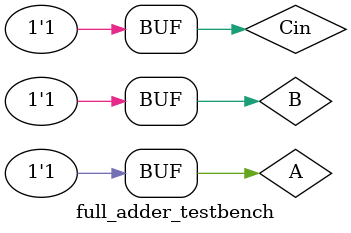
<source format=sv>
`timescale 1ns/10ps
module full_adder(out, Cout, A, B, Cin);
	parameter DELAY = 0.05;
	output logic out, Cout;
	input logic A, B, Cin;
	logic xor1_out, and1_out, and2_out;
	
	xor #DELAY xor1 (xor1_out, A, B);
	xor #DELAY xor2 (out, xor1_out, Cin);
	and #DELAY and1 (and1_out, xor1_out, Cin);
	and #DELAY and2 (and2_out, A, B);
	or #DELAY or1 (Cout, and1_out, and2_out);
	
endmodule

module full_adder_testbench;
	logic out, Cout;
	logic A, B, Cin;
	
	full_adder dut (.out, .Cout, .A, .B, .Cin);

	initial begin
		integer i;
		integer j;
		for(i = 0; i < 4; i++) begin
			Cin = 1;
			A = i;
			for(j = 0; j < 4; j++) begin
				#200;
				B = j;
			end
		end
	end
endmodule
</source>
